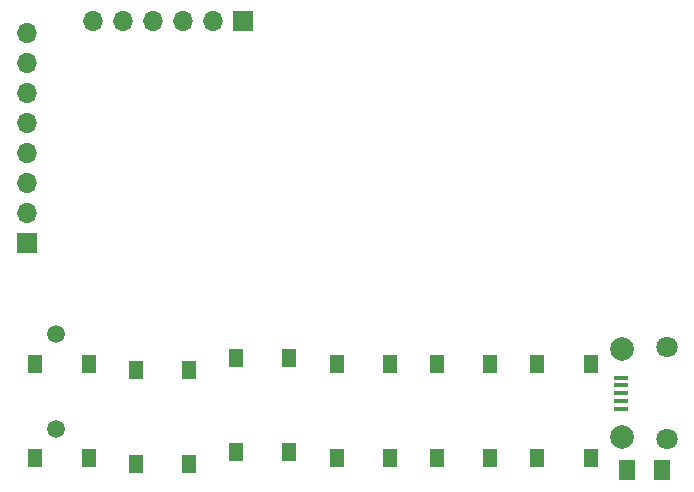
<source format=gbr>
%TF.GenerationSoftware,KiCad,Pcbnew,(6.0.9)*%
%TF.CreationDate,2023-11-17T13:22:31+01:00*%
%TF.ProjectId,datakeyboard,64617461-6b65-4796-926f-6172642e6b69,2*%
%TF.SameCoordinates,Original*%
%TF.FileFunction,Soldermask,Top*%
%TF.FilePolarity,Negative*%
%FSLAX46Y46*%
G04 Gerber Fmt 4.6, Leading zero omitted, Abs format (unit mm)*
G04 Created by KiCad (PCBNEW (6.0.9)) date 2023-11-17 13:22:31*
%MOMM*%
%LPD*%
G01*
G04 APERTURE LIST*
G04 Aperture macros list*
%AMRoundRect*
0 Rectangle with rounded corners*
0 $1 Rounding radius*
0 $2 $3 $4 $5 $6 $7 $8 $9 X,Y pos of 4 corners*
0 Add a 4 corners polygon primitive as box body*
4,1,4,$2,$3,$4,$5,$6,$7,$8,$9,$2,$3,0*
0 Add four circle primitives for the rounded corners*
1,1,$1+$1,$2,$3*
1,1,$1+$1,$4,$5*
1,1,$1+$1,$6,$7*
1,1,$1+$1,$8,$9*
0 Add four rect primitives between the rounded corners*
20,1,$1+$1,$2,$3,$4,$5,0*
20,1,$1+$1,$4,$5,$6,$7,0*
20,1,$1+$1,$6,$7,$8,$9,0*
20,1,$1+$1,$8,$9,$2,$3,0*%
G04 Aperture macros list end*
%ADD10R,1.300000X1.550000*%
%ADD11R,1.700000X1.700000*%
%ADD12O,1.700000X1.700000*%
%ADD13RoundRect,0.250001X-0.462499X-0.624999X0.462499X-0.624999X0.462499X0.624999X-0.462499X0.624999X0*%
%ADD14R,1.300000X0.450000*%
%ADD15C,2.000000*%
%ADD16C,1.800000*%
%ADD17C,1.500000*%
G04 APERTURE END LIST*
D10*
%TO.C,SW2*%
X111250000Y-136525000D03*
X111250000Y-144475000D03*
X115750000Y-136525000D03*
X115750000Y-144475000D03*
%TD*%
%TO.C,SW1*%
X102750000Y-136025000D03*
X102750000Y-143975000D03*
X107250000Y-143975000D03*
X107250000Y-136025000D03*
%TD*%
D11*
%TO.C,JDISP1*%
X102000000Y-125820000D03*
D12*
X102000000Y-123280000D03*
X102000000Y-120740000D03*
X102000000Y-118200000D03*
X102000000Y-115660000D03*
X102000000Y-113120000D03*
X102000000Y-110580000D03*
X102000000Y-108040000D03*
%TD*%
D13*
%TO.C,D1*%
X152812500Y-145000000D03*
X155787500Y-145000000D03*
%TD*%
D10*
%TO.C,SW5*%
X136750000Y-136025000D03*
X136750000Y-143975000D03*
X141250000Y-136025000D03*
X141250000Y-143975000D03*
%TD*%
%TO.C,SW3*%
X119750000Y-135525000D03*
X119750000Y-143475000D03*
X124250000Y-143475000D03*
X124250000Y-135525000D03*
%TD*%
D14*
%TO.C,JUSB1*%
X152345000Y-139800000D03*
X152345000Y-139150000D03*
X152345000Y-138500000D03*
X152345000Y-137850000D03*
X152345000Y-137200000D03*
D15*
X152395000Y-134775000D03*
D16*
X156195000Y-134625000D03*
X156195000Y-142375000D03*
D15*
X152395000Y-142225000D03*
%TD*%
D10*
%TO.C,SW6*%
X145250000Y-143975000D03*
X145250000Y-136025000D03*
X149750000Y-143975000D03*
X149750000Y-136025000D03*
%TD*%
D11*
%TO.C,JPICKKIT1*%
X120350000Y-107000000D03*
D12*
X117810000Y-107000000D03*
X115270000Y-107000000D03*
X112730000Y-107000000D03*
X110190000Y-107000000D03*
X107650000Y-107000000D03*
%TD*%
D10*
%TO.C,SW4*%
X132750000Y-143975000D03*
X132750000Y-136025000D03*
X128250000Y-136025000D03*
X128250000Y-143975000D03*
%TD*%
D17*
%TO.C,JCARD1*%
X104500000Y-141500000D03*
X104500000Y-133500000D03*
%TD*%
M02*

</source>
